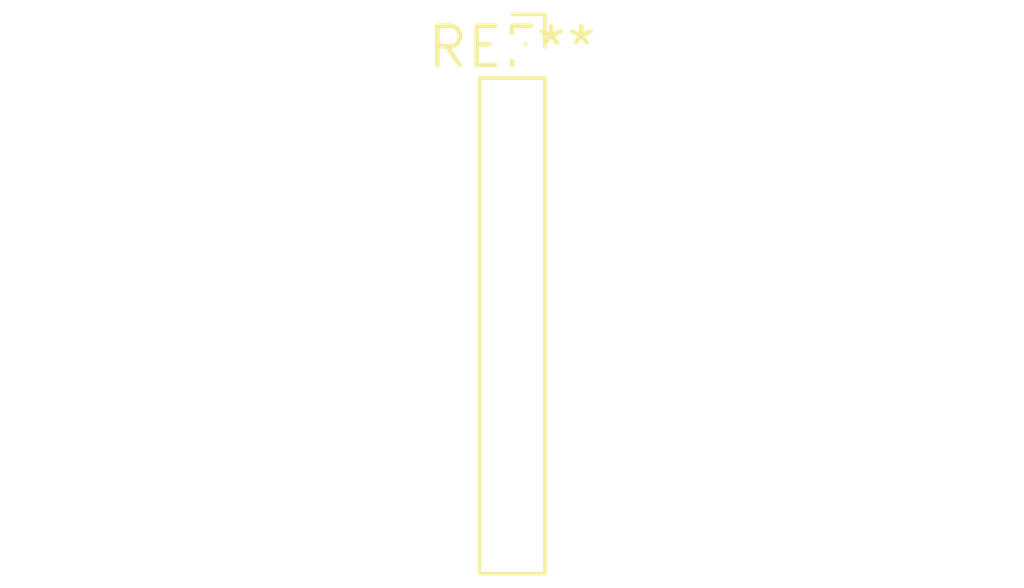
<source format=kicad_pcb>
(kicad_pcb (version 20240108) (generator pcbnew)
  (layers (0 "F.Cu" signal) (31 "B.Cu" signal) (34 "B.Paste" user) (35 "F.Paste" user) (36 "B.SilkS" user "B.Silkscreen") (37 "F.SilkS" user "F.Silkscreen") (38 "B.Mask" user) (39 "F.Mask" user) (44 "Edge.Cuts" user))
  (net 0 "")
  (footprint "PinSocket_1x09_P2.00mm_Vertical" (layer "F.Cu") (at 0 0)
    (property "Reference" "REF**")
    (property "Value" "PinSocket_1x09_P2.00mm_Vertical")
    (fp_line (start -1.06 1) (end -1.06 17.06) (layer "F.SilkS") (stroke (width 0.12)))
    (fp_line (start -1.06 1) (end 1.06 1) (layer "F.SilkS") (stroke (width 0.12)))
    (fp_line (start -1.06 17.06) (end 1.06 17.06) (layer "F.SilkS") (stroke (width 0.12)))
    (fp_line (start 0 -1.06) (end 1.06 -1.06) (layer "F.SilkS") (stroke (width 0.12)))
    (fp_line (start 1.06 -1.06) (end 1.06 0) (layer "F.SilkS") (stroke (width 0.12)))
    (fp_line (start 1.06 1) (end 1.06 17.06) (layer "F.SilkS") (stroke (width 0.12)))
    (pad "1" thru_hole rect (at 0 0) (size 1.35 1.35) (drill 0.8) (layers *.Cu *.Mask) (remove_unused_layers))
    (pad "2" thru_hole oval (at 0 2) (size 1.35 1.35) (drill 0.8) (layers *.Cu *.Mask) (remove_unused_layers))
    (pad "3" thru_hole oval (at 0 4) (size 1.35 1.35) (drill 0.8) (layers *.Cu *.Mask) (remove_unused_layers))
    (pad "4" thru_hole oval (at 0 6) (size 1.35 1.35) (drill 0.8) (layers *.Cu *.Mask) (remove_unused_layers))
    (pad "5" thru_hole oval (at 0 8) (size 1.35 1.35) (drill 0.8) (layers *.Cu *.Mask) (remove_unused_layers))
    (pad "6" thru_hole oval (at 0 10) (size 1.35 1.35) (drill 0.8) (layers *.Cu *.Mask) (remove_unused_layers))
    (pad "7" thru_hole oval (at 0 12) (size 1.35 1.35) (drill 0.8) (layers *.Cu *.Mask) (remove_unused_layers))
    (pad "8" thru_hole oval (at 0 14) (size 1.35 1.35) (drill 0.8) (layers *.Cu *.Mask) (remove_unused_layers))
    (pad "9" thru_hole oval (at 0 16) (size 1.35 1.35) (drill 0.8) (layers *.Cu *.Mask) (remove_unused_layers))
  )
)
</source>
